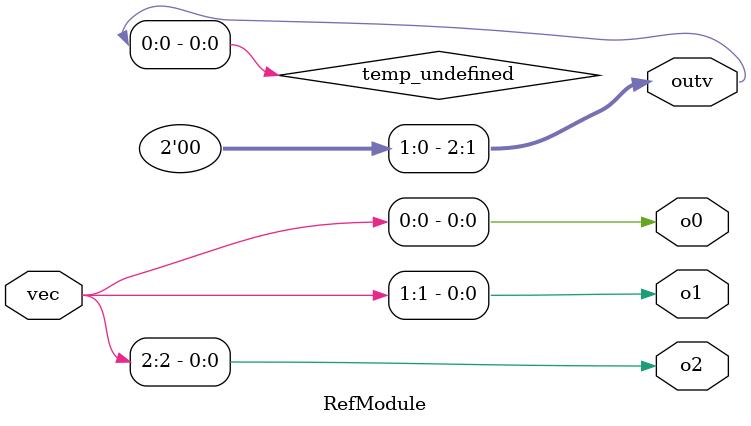
<source format=sv>

module RefModule (
  input [2:0] vec,
  output [2:0] outv,
  output o2,
  output o1,
  output o0
);

  assign outv = temp_undefined;
  assign {o2, o1, o0} = vec;

endmodule


</source>
